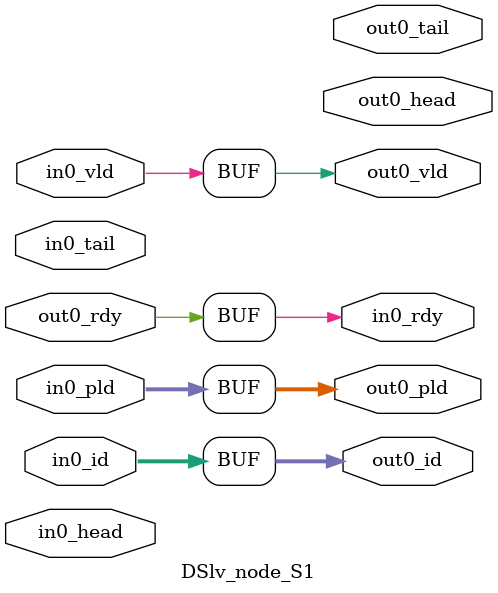
<source format=v>



//[UHDL]Key Start [md5:7b4c3e6775a622dc24a5a2e3e3a0fe38]
//Version Control Hash: 3accddf64b1dd03abeb9b0b3e5a7ba44
//Content Hash: 76a0ad5fa030f0e38c7128fa1a99f718
//Parameter Hash: d41d8cd98f00b204e9800998ecf8427e
//[UHDL]Key End [md5:7b4c3e6775a622dc24a5a2e3e3a0fe38]

//[UHDL]Version Control Start [md5:3accddf64b1dd03abeb9b0b3e5a7ba44]
//[UHDL]Version Control Version:1.0.1
//[UHDL]Version Control End [md5:3accddf64b1dd03abeb9b0b3e5a7ba44]

//[UHDL]Tool Message Start [md5:cda437c32f04161dc20423f9c5e5b253]
//Written by UHDL in 2022-08-11 22:09:42
//[UHDL]Tool Message End [md5:cda437c32f04161dc20423f9c5e5b253]

//[UHDL]User Message Start [md5:d41d8cd98f00b204e9800998ecf8427e]

//[UHDL]User Message End [md5:d41d8cd98f00b204e9800998ecf8427e]

//[UHDL]Content Start [md5:76a0ad5fa030f0e38c7128fa1a99f718]
module DSlv_node_S1 (
	input         in0_vld  ,
	output        in0_rdy  ,
	input         in0_head ,
	input         in0_tail ,
	input  [31:0] in0_pld  ,
	input  [2:0]  in0_id   ,
	output        out0_vld ,
	input         out0_rdy ,
	output        out0_head,
	output        out0_tail,
	output [31:0] out0_pld ,
	output [2:0]  out0_id  );
	assign in0_rdy = out0_rdy;
	
	assign out0_vld = in0_vld;
	
	assign out0_pld = in0_pld;
	
	assign out0_id = in0_id;
	

endmodule
//[UHDL]Content End [md5:76a0ad5fa030f0e38c7128fa1a99f718]

//[UHDL]Parameter Start [md5:d41d8cd98f00b204e9800998ecf8427e]

//[UHDL]Parameter End [md5:d41d8cd98f00b204e9800998ecf8427e]


</source>
